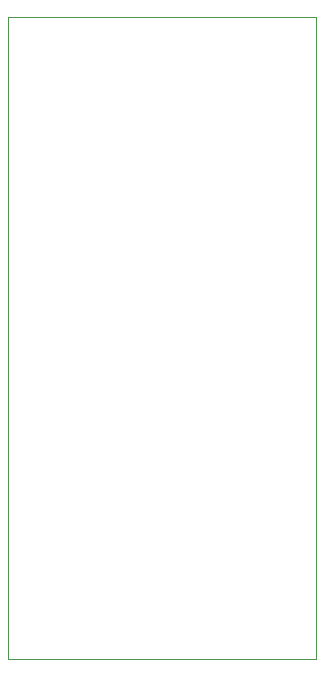
<source format=gm1>
G04 #@! TF.GenerationSoftware,KiCad,Pcbnew,(6.0.9)*
G04 #@! TF.CreationDate,2024-11-23T18:31:41+01:00*
G04 #@! TF.ProjectId,Sombrero_MSX_Goa'uld,536f6d62-7265-4726-9f5f-4d53585f476f,rev?*
G04 #@! TF.SameCoordinates,Original*
G04 #@! TF.FileFunction,Profile,NP*
%FSLAX46Y46*%
G04 Gerber Fmt 4.6, Leading zero omitted, Abs format (unit mm)*
G04 Created by KiCad (PCBNEW (6.0.9)) date 2024-11-23 18:31:41*
%MOMM*%
%LPD*%
G01*
G04 APERTURE LIST*
G04 #@! TA.AperFunction,Profile*
%ADD10C,0.050000*%
G04 #@! TD*
G04 APERTURE END LIST*
D10*
X134620000Y-73660000D02*
X160655000Y-73660000D01*
X160655000Y-73660000D02*
X160655000Y-128016000D01*
X160655000Y-128016000D02*
X134620000Y-128016000D01*
X134620000Y-128016000D02*
X134620000Y-73660000D01*
M02*

</source>
